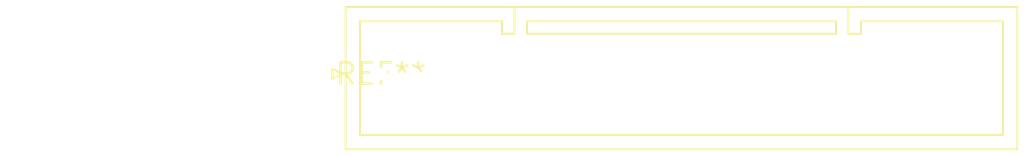
<source format=kicad_pcb>
(kicad_pcb (version 20240108) (generator pcbnew)
  (layers (0 "F.Cu" signal) (31 "B.Cu" signal) (34 "B.Paste" user) (35 "F.Paste" user) (36 "B.SilkS" user "B.Silkscreen") (37 "F.SilkS" user "F.Silkscreen") (38 "B.Mask" user) (39 "F.Mask" user) (44 "Edge.Cuts" user))
  (net 0 "")
  (footprint "JST_PUD_B38B-PUDSS_2x19_P2.00mm_Vertical" (layer "F.Cu") (at 0 0)
    (property "Reference" "REF**")
    (property "Value" "JST_PUD_B38B-PUDSS_2x19_P2.00mm_Vertical")
    (fp_line (start -2.91 -0.3) (end -2.31 0) (layer "F.SilkS") (stroke (width 0.12)))
    (fp_line (start -2.91 0.3) (end -2.91 -0.3) (layer "F.SilkS") (stroke (width 0.12)))
    (fp_line (start -2.31 0) (end -2.91 0.3) (layer "F.SilkS") (stroke (width 0.12)))
    (fp_line (start -2.11 -4.01) (end -2.11 4.51) (layer "F.SilkS") (stroke (width 0.12)))
    (fp_line (start -2.11 4.51) (end 38.11 4.51) (layer "F.SilkS") (stroke (width 0.12)))
    (fp_line (start -1.25 -3.15) (end -1.25 3.65) (layer "F.SilkS") (stroke (width 0.12)))
    (fp_line (start -1.25 3.65) (end 18 3.65) (layer "F.SilkS") (stroke (width 0.12)))
    (fp_line (start 7.25 -3.15) (end -1.25 -3.15) (layer "F.SilkS") (stroke (width 0.12)))
    (fp_line (start 7.25 -2.4) (end 7.25 -3.15) (layer "F.SilkS") (stroke (width 0.12)))
    (fp_line (start 8 -4.01) (end 8 -2.4) (layer "F.SilkS") (stroke (width 0.12)))
    (fp_line (start 8 -2.4) (end 7.25 -2.4) (layer "F.SilkS") (stroke (width 0.12)))
    (fp_line (start 8.75 -3.15) (end 8.75 -2.4) (layer "F.SilkS") (stroke (width 0.12)))
    (fp_line (start 8.75 -2.4) (end 27.25 -2.4) (layer "F.SilkS") (stroke (width 0.12)))
    (fp_line (start 27.25 -3.15) (end 8.75 -3.15) (layer "F.SilkS") (stroke (width 0.12)))
    (fp_line (start 27.25 -2.4) (end 27.25 -3.15) (layer "F.SilkS") (stroke (width 0.12)))
    (fp_line (start 28 -4.01) (end 28 -2.4) (layer "F.SilkS") (stroke (width 0.12)))
    (fp_line (start 28 -2.4) (end 28.75 -2.4) (layer "F.SilkS") (stroke (width 0.12)))
    (fp_line (start 28.75 -3.15) (end 37.25 -3.15) (layer "F.SilkS") (stroke (width 0.12)))
    (fp_line (start 28.75 -2.4) (end 28.75 -3.15) (layer "F.SilkS") (stroke (width 0.12)))
    (fp_line (start 37.25 -3.15) (end 37.25 3.65) (layer "F.SilkS") (stroke (width 0.12)))
    (fp_line (start 37.25 3.65) (end 18 3.65) (layer "F.SilkS") (stroke (width 0.12)))
    (fp_line (start 38.11 -4.01) (end -2.11 -4.01) (layer "F.SilkS") (stroke (width 0.12)))
    (fp_line (start 38.11 4.51) (end 38.11 -4.01) (layer "F.SilkS") (stroke (width 0.12)))
    (pad "1" thru_hole roundrect (at 0 0) (size 1.2 1.2) (drill 0.75) (layers *.Cu *.Mask) (remove_unused_layers) (roundrect_rratio 0.208333))
    (pad "2" thru_hole circle (at 0 2) (size 1.2 1.2) (drill 0.75) (layers *.Cu *.Mask) (remove_unused_layers))
    (pad "3" thru_hole circle (at 2 0) (size 1.2 1.2) (drill 0.75) (layers *.Cu *.Mask) (remove_unused_layers))
    (pad "4" thru_hole circle (at 2 2) (size 1.2 1.2) (drill 0.75) (layers *.Cu *.Mask) (remove_unused_layers))
    (pad "5" thru_hole circle (at 4 0) (size 1.2 1.2) (drill 0.75) (layers *.Cu *.Mask) (remove_unused_layers))
    (pad "6" thru_hole circle (at 4 2) (size 1.2 1.2) (drill 0.75) (layers *.Cu *.Mask) (remove_unused_layers))
    (pad "7" thru_hole circle (at 6 0) (size 1.2 1.2) (drill 0.75) (layers *.Cu *.Mask) (remove_unused_layers))
    (pad "8" thru_hole circle (at 6 2) (size 1.2 1.2) (drill 0.75) (layers *.Cu *.Mask) (remove_unused_layers))
    (pad "9" thru_hole circle (at 8 0) (size 1.2 1.2) (drill 0.75) (layers *.Cu *.Mask) (remove_unused_layers))
    (pad "10" thru_hole circle (at 8 2) (size 1.2 1.2) (drill 0.75) (layers *.Cu *.Mask) (remove_unused_layers))
    (pad "11" thru_hole circle (at 10 0) (size 1.2 1.2) (drill 0.75) (layers *.Cu *.Mask) (remove_unused_layers))
    (pad "12" thru_hole circle (at 10 2) (size 1.2 1.2) (drill 0.75) (layers *.Cu *.Mask) (remove_unused_layers))
    (pad "13" thru_hole circle (at 12 0) (size 1.2 1.2) (drill 0.75) (layers *.Cu *.Mask) (remove_unused_layers))
    (pad "14" thru_hole circle (at 12 2) (size 1.2 1.2) (drill 0.75) (layers *.Cu *.Mask) (remove_unused_layers))
    (pad "15" thru_hole circle (at 14 0) (size 1.2 1.2) (drill 0.75) (layers *.Cu *.Mask) (remove_unused_layers))
    (pad "16" thru_hole circle (at 14 2) (size 1.2 1.2) (drill 0.75) (layers *.Cu *.Mask) (remove_unused_layers))
    (pad "17" thru_hole circle (at 16 0) (size 1.2 1.2) (drill 0.75) (layers *.Cu *.Mask) (remove_unused_layers))
    (pad "18" thru_hole circle (at 16 2) (size 1.2 1.2) (drill 0.75) (layers *.Cu *.Mask) (remove_unused_layers))
    (pad "19" thru_hole circle (at 18 0) (size 1.2 1.2) (drill 0.75) (layers *.Cu *.Mask) (remove_unused_layers))
    (pad "20" thru_hole circle (at 18 2) (size 1.2 1.2) (drill 0.75) (layers *.Cu *.Mask) (remove_unused_layers))
    (pad "21" thru_hole circle (at 20 0) (size 1.2 1.2) (drill 0.75) (layers *.Cu *.Mask) (remove_unused_layers))
    (pad "22" thru_hole circle (at 20 2) (size 1.2 1.2) (drill 0.75) (layers *.Cu *.Mask) (remove_unused_layers))
    (pad "23" thru_hole circle (at 22 0) (size 1.2 1.2) (drill 0.75) (layers *.Cu *.Mask) (remove_unused_layers))
    (pad "24" thru_hole circle (at 22 2) (size 1.2 1.2) (drill 0.75) (layers *.Cu *.Mask) (remove_unused_layers))
    (pad "25" thru_hole circle (at 24 0) (size 1.2 1.2) (drill 0.75) (layers *.Cu *.Mask) (remove_unused_layers))
    (pad "26" thru_hole circle (at 24 2) (size 1.2 1.2) (drill 0.75) (layers *.Cu *.Mask) (remove_unused_layers))
    (pad "27" thru_hole circle (at 26 0) (size 1.2 1.2) (drill 0.75) (layers *.Cu *.Mask) (remove_unused_layers))
    (pad "28" thru_hole circle (at 26 2) (size 1.2 1.2) (drill 0.75) (layers *.Cu *.Mask) (remove_unused_layers))
    (pad "29" thru_hole circle (at 28 0) (size 1.2 1.2) (drill 0.75) (layers *.Cu *.Mask) (remove_unused_layers))
    (pad "30" thru_hole circle (at 28 2) (size 1.2 1.2) (drill 0.75) (layers *.Cu *.Mask) (remove_unused_layers))
    (pad "31" thru_hole circle (at 30 0) (size 1.2 1.2) (drill 0.75) (layers *.Cu *.Mask) (remove_unused_layers))
    (pad "32" thru_hole circle (at 30 2) (size 1.2 1.2) (drill 0.75) (layers *.Cu *.Mask) (remove_unused_layers))
    (pad "33" thru_hole circle (at 32 0) (size 1.2 1.2) (drill 0.75) (layers *.Cu *.Mask) (remove_unused_layers))
    (pad "34" thru_hole circle (at 32 2) (size 1.2 1.2) (drill 0.75) (layers *.Cu *.Mask) (remove_unused_layers))
    (pad "35" thru_hole circle (at 34 0) (size 1.2 1.2) (drill 0.75) (layers *.Cu *.Mask) (remove_unused_layers))
    (pad "36" thru_hole circle (at 34 2) (size 1.2 1.2) (drill 0.75) (layers *.Cu *.Mask) (remove_unused_layers))
    (pad "37" thru_hole circle (at 36 0) (size 1.2 1.2) (drill 0.75) (layers *.Cu *.Mask) (remove_unused_layers))
    (pad "38" thru_hole circle (at 36 2) (size 1.2 1.2) (drill 0.75) (layers *.Cu *.Mask) (remove_unused_layers))
  )
)
</source>
